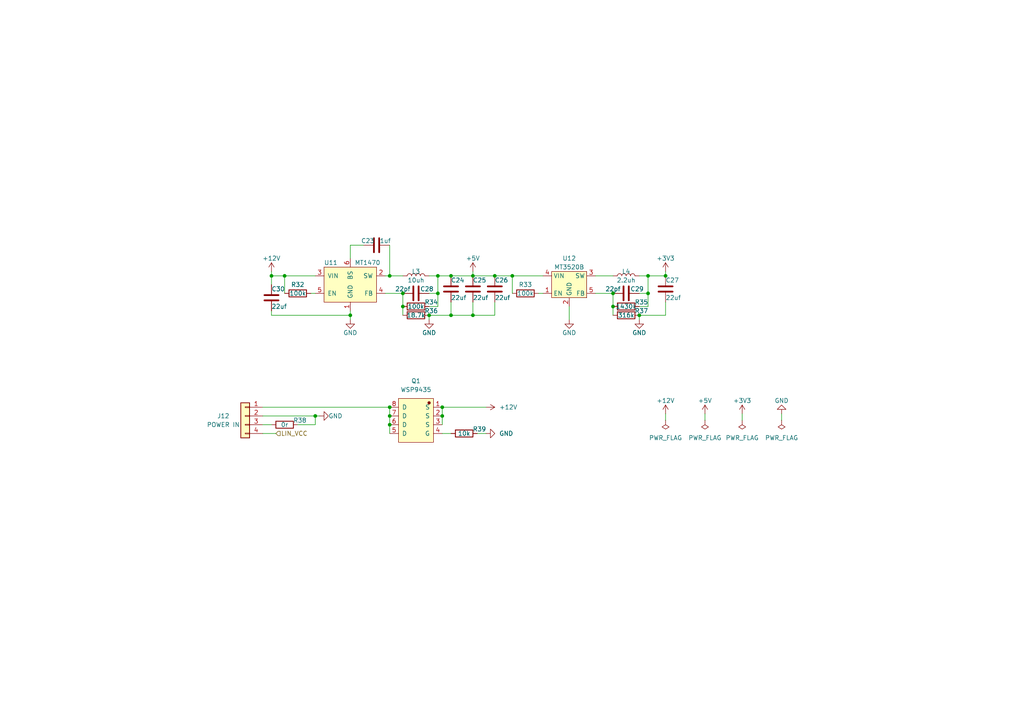
<source format=kicad_sch>
(kicad_sch (version 20211123) (generator eeschema)
  (paper "A4")
  (lib_symbols
    (symbol "Connector_Generic:Conn_01x04" (pin_names (offset 1.016) hide)
      (property "Reference" "J" (at 0 5.08 0))
      (property "Value" "Conn_01x04" (at 0 -7.62 0))
      (symbol "Conn_01x04_1_1"
        (rectangle (start -1.27 -4.953) (end 0 -5.207) (stroke (width 0.1524)))
        (rectangle (start -1.27 -2.413) (end 0 -2.667) (stroke (width 0.1524)))
        (rectangle (start -1.27 0.127) (end 0 -0.127) (stroke (width 0.1524)))
        (rectangle (start -1.27 2.667) (end 0 2.413) (stroke (width 0.1524)))
        (rectangle (start -1.27 3.81) (end 1.27 -6.35) (stroke (width 0.254)) (fill (type background)))
        (pin passive line (at -5.08 2.54 0) (length 3.81) (name "Pin_1") (number "1"))
        (pin passive line (at -5.08 0 0) (length 3.81) (name "Pin_2") (number "2"))
        (pin passive line (at -5.08 -2.54 0) (length 3.81) (name "Pin_3") (number "3"))
        (pin passive line (at -5.08 -5.08 0) (length 3.81) (name "Pin_4") (number "4"))
      )
    )
    (symbol "Device:C" (pin_numbers hide) (pin_names (offset 0.254))
      (property "Reference" "C" (at 0.635 2.54 0))
      (property "Value" "C" (at 0.635 -2.54 0))
      (symbol "C_0_1"
        (polyline (pts (xy -2.032 -0.762) (xy 2.032 -0.762)) (stroke (width 0.508)))
        (polyline (pts (xy -2.032 0.762) (xy 2.032 0.762)) (stroke (width 0.508)))
      )
      (symbol "C_1_1"
        (pin passive line (at 0 3.81 270) (length 2.794) (name "~") (number "1"))
        (pin passive line (at 0 -3.81 90) (length 2.794) (name "~") (number "2"))
      )
    )
    (symbol "Device:L" (pin_numbers hide) (pin_names (offset 1.016) hide)
      (property "Reference" "L" (at -1.27 0 90))
      (property "Value" "L" (at 1.905 0 90))
      (symbol "L_0_1"
        (arc (start 0 -2.54) (mid 0.635 -1.905) (end 0 -1.27))
        (arc (start 0 -1.27) (mid 0.635 -0.635) (end 0 0))
        (arc (start 0 0) (mid 0.635 0.635) (end 0 1.27))
        (arc (start 0 1.27) (mid 0.635 1.905) (end 0 2.54))
      )
      (symbol "L_1_1"
        (pin passive line (at 0 3.81 270) (length 1.27) (name "1") (number "1"))
        (pin passive line (at 0 -3.81 90) (length 1.27) (name "2") (number "2"))
      )
    )
    (symbol "Device:R" (pin_numbers hide) (pin_names (offset 0))
      (property "Reference" "R" (at 2.032 0 90))
      (property "Value" "R" (at 0 0 90))
      (symbol "R_0_1"
        (rectangle (start -1.016 -2.54) (end 1.016 2.54) (stroke (width 0.254)))
      )
      (symbol "R_1_1"
        (pin passive line (at 0 3.81 270) (length 1.27) (name "~") (number "1"))
        (pin passive line (at 0 -3.81 90) (length 1.27) (name "~") (number "2"))
      )
    )
    (symbol "my_utils:MT1470" (pin_names (offset 1.016))
      (property "Reference" "U" (at -6.35 8.89 0))
      (property "Value" "MT1470" (at -6.35 6.35 0))
      (symbol "MT1470_0_1"
        (rectangle (start -7.62 5.08) (end 7.62 -5.08) (fill (type background)))
      )
      (symbol "MT1470_1_1"
        (pin power_in line (at 0 -7.62 90) (length 2.54) (name "GND") (number "1"))
        (pin power_out line (at 10.16 2.54 180) (length 2.54) (name "SW") (number "2"))
        (pin power_in line (at -10.16 2.54 0) (length 2.54) (name "VIN") (number "3"))
        (pin bidirectional line (at 10.16 -2.54 180) (length 2.54) (name "FB") (number "4"))
        (pin input line (at -10.16 -2.54 0) (length 2.54) (name "EN") (number "5"))
        (pin bidirectional line (at 0 7.62 270) (length 2.54) (name "BS") (number "6"))
      )
    )
    (symbol "my_utils:MT3520B"
      (property "Reference" "U" (at 0 7.62 0))
      (property "Value" "MT3520B" (at 0 5.08 0))
      (symbol "MT3520B_0_1"
        (rectangle (start -5.08 3.81) (end 5.08 -3.81) (fill (type background)))
      )
      (symbol "MT3520B_1_1"
        (pin input line (at -7.62 -2.54 0) (length 2.54) (name "EN") (number "1"))
        (pin power_in line (at 0 -6.35 90) (length 2.54) (name "GND") (number "2"))
        (pin power_out line (at 7.62 2.54 180) (length 2.54) (name "SW") (number "3"))
        (pin power_in line (at -7.62 2.54 0) (length 2.54) (name "VIN") (number "4"))
        (pin input line (at 7.62 -2.54 180) (length 2.54) (name "FB") (number "5"))
      )
    )
    (symbol "my_utils:WSP9435" (pin_names (offset 1.016))
      (property "Reference" "Q" (at 0 10.16 0))
      (property "Value" "WSP9435" (at 0 7.62 0))
      (symbol "WSP9435_1_1"
        (rectangle (start -5.08 6.35) (end 5.08 -6.35) (stroke (width 0.1524)) (fill (type background)))
        (circle (center -3.81 5.08) (radius 0.381) (stroke (width 0.1524)) (fill (type outline)))
        (pin input line (at -7.62 3.81 0) (length 2.54) (name "S") (number "1"))
        (pin input line (at -7.62 1.27 0) (length 2.54) (name "S") (number "2"))
        (pin input line (at -7.62 -1.27 0) (length 2.54) (name "S") (number "3"))
        (pin input line (at -7.62 -3.81 0) (length 2.54) (name "G") (number "4"))
        (pin input line (at 7.62 -3.81 180) (length 2.54) (name "D") (number "5"))
        (pin input line (at 7.62 -1.27 180) (length 2.54) (name "D") (number "6"))
        (pin input line (at 7.62 1.27 180) (length 2.54) (name "D") (number "7"))
        (pin input line (at 7.62 3.81 180) (length 2.54) (name "D") (number "8"))
      )
    )
    (symbol "power:+12V" (power) (pin_names (offset 0))
      (property "Value" "+12V" (at 0 3.556 0))
      (symbol "+12V_0_1"
        (polyline (pts (xy -0.762 1.27) (xy 0 2.54)))
        (polyline (pts (xy 0 0) (xy 0 2.54)))
        (polyline (pts (xy 0 2.54) (xy 0.762 1.27)))
      )
      (symbol "+12V_1_1"
        (pin power_in line (at 0 0 90) (length 0) hide (name "+12V") (number "1"))
      )
    )
    (symbol "power:+3V3" (power) (pin_names (offset 0))
      (property "Value" "+3V3" (at 0 3.556 0))
      (symbol "+3V3_0_1"
        (polyline (pts (xy -0.762 1.27) (xy 0 2.54)))
        (polyline (pts (xy 0 0) (xy 0 2.54)))
        (polyline (pts (xy 0 2.54) (xy 0.762 1.27)))
      )
      (symbol "+3V3_1_1"
        (pin power_in line (at 0 0 90) (length 0) hide (name "+3V3") (number "1"))
      )
    )
    (symbol "power:+5V" (power) (pin_names (offset 0))
      (property "Value" "+5V" (at 0 3.556 0))
      (symbol "+5V_0_1"
        (polyline (pts (xy -0.762 1.27) (xy 0 2.54)))
        (polyline (pts (xy 0 0) (xy 0 2.54)))
        (polyline (pts (xy 0 2.54) (xy 0.762 1.27)))
      )
      (symbol "+5V_1_1"
        (pin power_in line (at 0 0 90) (length 0) hide (name "+5V") (number "1"))
      )
    )
    (symbol "power:GND" (power) (pin_names (offset 0))
      (property "Value" "GND" (at 0 -3.81 0))
      (symbol "GND_0_1"
        (polyline (pts (xy 0 0) (xy 0 -1.27) (xy 1.27 -1.27) (xy 0 -2.54) (xy -1.27 -1.27) (xy 0 -1.27)))
      )
      (symbol "GND_1_1"
        (pin power_in line (at 0 0 270) (length 0) hide (name "GND") (number "1"))
      )
    )
    (symbol "power:PWR_FLAG" (power) (pin_numbers hide) (pin_names (offset 0) hide)
      (property "Value" "PWR_FLAG" (at 0 3.81 0))
      (symbol "PWR_FLAG_0_0"
        (pin power_out line (at 0 0 90) (length 0) (name "pwr") (number "1"))
      )
      (symbol "PWR_FLAG_0_1"
        (polyline (pts (xy 0 0) (xy 0 1.27) (xy -1.016 1.905) (xy 0 2.54) (xy 1.016 1.905) (xy 0 1.27)))
      )
    )
  )
  (junction (at 143.51 80.01))
  (junction (at 127 80.01))
  (junction (at 127 85.09))
  (junction (at 91.44 120.65))
  (junction (at 128.27 120.65))
  (junction (at 128.27 118.11))
  (junction (at 101.6 91.44))
  (junction (at 187.96 80.01))
  (junction (at 148.59 80.01))
  (junction (at 124.46 91.44))
  (junction (at 113.03 123.19))
  (junction (at 82.55 80.01))
  (junction (at 193.04 80.01))
  (junction (at 137.16 80.01))
  (junction (at 137.16 91.44))
  (junction (at 130.81 91.44))
  (junction (at 116.84 85.09))
  (junction (at 116.84 88.9))
  (junction (at 78.74 80.01))
  (junction (at 187.96 85.09))
  (junction (at 113.03 120.65))
  (junction (at 185.42 91.44))
  (junction (at 113.03 80.01))
  (junction (at 130.81 80.01))
  (junction (at 177.8 88.9))
  (junction (at 113.03 118.11))
  (junction (at 177.8 85.09))
  (wire (pts (xy 113.03 71.12) (xy 113.03 80.01)))
  (wire (pts (xy 185.42 91.44) (xy 185.42 92.71)))
  (wire (pts (xy 78.74 80.01) (xy 82.55 80.01)))
  (wire (pts (xy 101.6 90.17) (xy 101.6 91.44)))
  (wire (pts (xy 128.27 118.11) (xy 140.97 118.11)))
  (wire (pts (xy 187.96 80.01) (xy 185.42 80.01)))
  (wire (pts (xy 76.2 120.65) (xy 91.44 120.65)))
  (wire (pts (xy 215.265 120.015) (xy 215.265 121.92)))
  (wire (pts (xy 111.76 85.09) (xy 116.84 85.09)))
  (wire (pts (xy 187.96 88.9) (xy 187.96 85.09)))
  (wire (pts (xy 113.03 118.11) (xy 113.03 120.65)))
  (wire (pts (xy 127 88.9) (xy 127 85.09)))
  (wire (pts (xy 101.6 92.71) (xy 101.6 91.44)))
  (wire (pts (xy 82.55 80.01) (xy 91.44 80.01)))
  (wire (pts (xy 76.2 125.73) (xy 80.01 125.73)))
  (wire (pts (xy 76.2 123.19) (xy 78.74 123.19)))
  (wire (pts (xy 105.41 71.12) (xy 101.6 71.12)))
  (wire (pts (xy 113.03 123.19) (xy 113.03 125.73)))
  (wire (pts (xy 91.44 123.19) (xy 91.44 120.65)))
  (wire (pts (xy 156.21 85.09) (xy 157.48 85.09)))
  (wire (pts (xy 124.46 88.9) (xy 127 88.9)))
  (wire (pts (xy 86.36 123.19) (xy 91.44 123.19)))
  (wire (pts (xy 193.04 120.015) (xy 193.04 121.92)))
  (wire (pts (xy 128.27 118.11) (xy 128.27 120.65)))
  (wire (pts (xy 177.8 85.09) (xy 177.8 88.9)))
  (wire (pts (xy 128.27 120.65) (xy 128.27 123.19)))
  (wire (pts (xy 137.16 91.44) (xy 130.81 91.44)))
  (wire (pts (xy 124.46 91.44) (xy 124.46 92.71)))
  (wire (pts (xy 90.17 85.09) (xy 91.44 85.09)))
  (wire (pts (xy 116.84 85.09) (xy 116.84 88.9)))
  (wire (pts (xy 226.695 120.015) (xy 226.695 121.92)))
  (wire (pts (xy 138.43 125.73) (xy 140.97 125.73)))
  (wire (pts (xy 185.42 88.9) (xy 187.96 88.9)))
  (wire (pts (xy 128.27 125.73) (xy 130.81 125.73)))
  (wire (pts (xy 137.16 87.63) (xy 137.16 91.44)))
  (wire (pts (xy 78.74 90.17) (xy 78.74 91.44)))
  (wire (pts (xy 172.72 80.01) (xy 177.8 80.01)))
  (wire (pts (xy 113.03 120.65) (xy 113.03 123.19)))
  (wire (pts (xy 130.81 91.44) (xy 124.46 91.44)))
  (wire (pts (xy 78.74 78.74) (xy 78.74 80.01)))
  (wire (pts (xy 76.2 118.11) (xy 113.03 118.11)))
  (wire (pts (xy 127 80.01) (xy 124.46 80.01)))
  (wire (pts (xy 148.59 80.01) (xy 148.59 85.09)))
  (wire (pts (xy 130.81 80.01) (xy 137.16 80.01)))
  (wire (pts (xy 148.59 80.01) (xy 157.48 80.01)))
  (wire (pts (xy 193.04 91.44) (xy 185.42 91.44)))
  (wire (pts (xy 172.72 85.09) (xy 177.8 85.09)))
  (wire (pts (xy 143.51 80.01) (xy 148.59 80.01)))
  (wire (pts (xy 137.16 78.74) (xy 137.16 80.01)))
  (wire (pts (xy 130.81 87.63) (xy 130.81 91.44)))
  (wire (pts (xy 82.55 85.09) (xy 82.55 80.01)))
  (wire (pts (xy 116.84 88.9) (xy 116.84 91.44)))
  (wire (pts (xy 113.03 80.01) (xy 111.76 80.01)))
  (wire (pts (xy 193.04 87.63) (xy 193.04 91.44)))
  (wire (pts (xy 127 85.09) (xy 124.46 85.09)))
  (wire (pts (xy 185.42 85.09) (xy 187.96 85.09)))
  (wire (pts (xy 137.16 80.01) (xy 143.51 80.01)))
  (wire (pts (xy 92.71 120.65) (xy 91.44 120.65)))
  (wire (pts (xy 187.96 80.01) (xy 193.04 80.01)))
  (wire (pts (xy 127 80.01) (xy 127 85.09)))
  (wire (pts (xy 78.74 80.01) (xy 78.74 82.55)))
  (wire (pts (xy 187.96 85.09) (xy 187.96 80.01)))
  (wire (pts (xy 101.6 71.12) (xy 101.6 74.93)))
  (wire (pts (xy 127 80.01) (xy 130.81 80.01)))
  (wire (pts (xy 143.51 87.63) (xy 143.51 91.44)))
  (wire (pts (xy 177.8 88.9) (xy 177.8 91.44)))
  (wire (pts (xy 165.1 88.9) (xy 165.1 92.71)))
  (wire (pts (xy 143.51 91.44) (xy 137.16 91.44)))
  (wire (pts (xy 78.74 91.44) (xy 101.6 91.44)))
  (wire (pts (xy 193.04 78.74) (xy 193.04 80.01)))
  (wire (pts (xy 113.03 80.01) (xy 116.84 80.01)))
  (wire (pts (xy 204.47 120.015) (xy 204.47 121.92)))
  (hierarchical_label "LIN_VCC" (shape input) (at 80.01 125.73 0))
  (symbol (lib_id "power:GND") (at 124.46 92.71 0) (unit 1)
    (property "Reference" "#PWR079" (effects hide))
    (property "Value" "GND" (at 124.46 96.52 0))
  )
  (symbol (lib_id "Device:R") (at 120.65 91.44 90) (unit 1)
    (property "Reference" "R36" (at 125.095 90.17 90))
    (property "Value" "18.7k" (at 120.65 91.44 90))
    (property "Footprint" "Resistor_SMD:R_0402_1005Metric" (effects hide))
  )
  (symbol (lib_id "Device:R") (at 86.36 85.09 90) (unit 1)
    (property "Reference" "R32" (at 86.36 82.55 90))
    (property "Value" "100k" (at 86.36 85.09 90))
    (property "Footprint" "Resistor_SMD:R_0402_1005Metric" (effects hide))
  )
  (symbol (lib_id "power:+5V") (at 204.47 120.015 0) (unit 1)
    (property "Reference" "#PWR084" (effects hide))
    (property "Value" "+5V" (at 204.47 116.205 0))
  )
  (symbol (lib_id "my_utils:WSP9435") (at 120.65 121.92 0) (mirror y) (unit 1)
    (property "Reference" "Q1" (at 120.65 110.49 0))
    (property "Value" "WSP9435" (at 120.65 113.03 0))
    (property "Footprint" "Package_SO:SOP-8_3.9x4.9mm_P1.27mm" (effects hide))
    (property "SuppliersPartNumber" "C2758418" (effects hide))
  )
  (symbol (lib_id "Device:R") (at 82.55 123.19 90) (unit 1)
    (property "Reference" "R38" (at 86.995 121.92 90))
    (property "Value" "0r" (at 82.55 123.19 90))
    (property "Footprint" "Resistor_SMD:R_0402_1005Metric" (effects hide))
  )
  (symbol (lib_id "Device:C") (at 78.74 86.36 0) (unit 1)
    (property "Reference" "C30" (at 78.74 83.82 0) (effects (justify left)))
    (property "Value" "22uf" (at 78.74 88.9 0) (effects (justify left)))
    (property "Footprint" "Capacitor_SMD:C_0805_2012Metric" (effects hide))
  )
  (symbol (lib_id "Device:C") (at 137.16 83.82 0) (unit 1)
    (property "Reference" "C25" (at 137.16 81.28 0) (effects (justify left)))
    (property "Value" "22uf" (at 137.16 86.36 0) (effects (justify left)))
    (property "Footprint" "Capacitor_SMD:C_0805_2012Metric" (effects hide))
  )
  (symbol (lib_id "Device:R") (at 134.62 125.73 90) (unit 1)
    (property "Reference" "R39" (at 139.065 124.46 90))
    (property "Value" "10k" (at 134.62 125.73 90))
    (property "Footprint" "Resistor_SMD:R_0402_1005Metric" (effects hide))
  )
  (symbol (lib_id "power:GND") (at 185.42 92.71 0) (unit 1)
    (property "Reference" "#PWR081" (effects hide))
    (property "Value" "GND" (at 185.42 96.52 0))
  )
  (symbol (lib_id "power:+12V") (at 193.04 120.015 0) (unit 1)
    (property "Reference" "#PWR083" (effects hide))
    (property "Value" "+12V" (at 193.04 116.205 0))
  )
  (symbol (lib_id "power:PWR_FLAG") (at 193.04 121.92 180) (unit 1)
    (property "Reference" "#FLG01" (effects hide))
    (property "Value" "PWR_FLAG" (at 193.04 127 0))
  )
  (symbol (lib_id "power:GND") (at 165.1 92.71 0) (unit 1)
    (property "Reference" "#PWR080" (effects hide))
    (property "Value" "GND" (at 165.1 96.52 0))
  )
  (symbol (lib_id "Device:C") (at 120.65 85.09 90) (unit 1)
    (property "Reference" "C28" (at 123.825 83.82 90))
    (property "Value" "22pf" (at 116.84 83.82 90))
    (property "Footprint" "Capacitor_SMD:C_0402_1005Metric" (effects hide))
  )
  (symbol (lib_id "Device:C") (at 181.61 85.09 90) (unit 1)
    (property "Reference" "C29" (at 184.785 83.82 90))
    (property "Value" "22pf" (at 177.8 83.82 90))
    (property "Footprint" "Capacitor_SMD:C_0402_1005Metric" (effects hide))
  )
  (symbol (lib_id "power:PWR_FLAG") (at 215.265 121.92 180) (unit 1)
    (property "Reference" "#FLG03" (effects hide))
    (property "Value" "PWR_FLAG" (at 215.265 127 0))
  )
  (symbol (lib_id "Device:C") (at 109.22 71.12 90) (unit 1)
    (property "Reference" "C23" (at 106.68 69.85 90))
    (property "Value" "1uf" (at 111.76 69.85 90))
    (property "Footprint" "Capacitor_SMD:C_0402_1005Metric" (effects hide))
  )
  (symbol (lib_id "Device:C") (at 143.51 83.82 0) (unit 1)
    (property "Reference" "C26" (at 143.51 81.28 0) (effects (justify left)))
    (property "Value" "22uf" (at 143.51 86.36 0) (effects (justify left)))
    (property "Footprint" "Capacitor_SMD:C_0805_2012Metric" (effects hide))
  )
  (symbol (lib_id "Device:C") (at 130.81 83.82 0) (unit 1)
    (property "Reference" "C24" (at 130.81 81.28 0) (effects (justify left)))
    (property "Value" "22uf" (at 130.81 86.36 0) (effects (justify left)))
    (property "Footprint" "Capacitor_SMD:C_0805_2012Metric" (effects hide))
  )
  (symbol (lib_id "power:+5V") (at 137.16 78.74 0) (unit 1)
    (property "Reference" "#PWR076" (effects hide))
    (property "Value" "+5V" (at 137.16 74.93 0))
  )
  (symbol (lib_id "power:PWR_FLAG") (at 226.695 121.92 180) (unit 1)
    (property "Reference" "#FLG04" (effects hide))
    (property "Value" "PWR_FLAG" (at 226.695 127 0))
  )
  (symbol (lib_id "power:GND") (at 101.6 92.71 0) (unit 1)
    (property "Reference" "#PWR078" (effects hide))
    (property "Value" "GND" (at 101.6 96.52 0))
  )
  (symbol (lib_id "my_utils:MT1470") (at 101.6 82.55 0) (unit 1)
    (property "Reference" "U11" (at 93.98 76.2 0) (effects (justify left)))
    (property "Value" "MT1470" (at 102.87 76.2 0) (effects (justify left)))
    (property "Footprint" "Package_TO_SOT_SMD:SOT-23-6" (effects hide))
  )
  (symbol (lib_id "Connector_Generic:Conn_01x04") (at 71.12 120.65 0) (mirror y) (unit 1)
    (property "Reference" "J12" (at 64.77 120.65 0))
    (property "Value" "POWER IN" (at 64.77 123.19 0))
    (property "Footprint" "Connector_Phoenix_MC_HighVoltage:PhoenixContact_MC_1,5_4-G-5.08_1x04_P5.08mm_Horizontal" (effects hide))
  )
  (symbol (lib_id "power:PWR_FLAG") (at 204.47 121.92 180) (unit 1)
    (property "Reference" "#FLG02" (effects hide))
    (property "Value" "PWR_FLAG" (at 204.47 127 0))
  )
  (symbol (lib_id "my_utils:MT3520B") (at 165.1 82.55 0) (unit 1)
    (property "Reference" "U12" (at 165.1 74.93 0))
    (property "Value" "MT3520B" (at 165.1 77.47 0))
    (property "Footprint" "Package_TO_SOT_SMD:SOT-23-5" (effects hide))
  )
  (symbol (lib_id "power:+12V") (at 78.74 78.74 0) (unit 1)
    (property "Reference" "#PWR075" (effects hide))
    (property "Value" "+12V" (at 78.74 74.93 0))
  )
  (symbol (lib_id "Device:L") (at 181.61 80.01 90) (unit 1)
    (property "Reference" "L4" (at 181.61 78.74 90))
    (property "Value" "2.2uh" (at 181.61 81.28 90))
    (property "Footprint" "my_utils:IND-SMD_L2.5-W2.0" (effects hide))
  )
  (symbol (lib_id "power:GND") (at 140.97 125.73 90) (unit 1)
    (property "Reference" "#PWR088" (effects hide))
    (property "Value" "GND" (at 144.78 125.7299 90) (effects (justify right)))
  )
  (symbol (lib_id "power:+12V") (at 140.97 118.11 270) (unit 1)
    (property "Reference" "#PWR082" (effects hide))
    (property "Value" "+12V" (at 144.78 118.1099 90) (effects (justify left)))
  )
  (symbol (lib_id "power:+3V3") (at 193.04 78.74 0) (unit 1)
    (property "Reference" "#PWR077" (effects hide))
    (property "Value" "+3V3" (at 193.04 74.93 0))
  )
  (symbol (lib_id "Device:C") (at 193.04 83.82 0) (unit 1)
    (property "Reference" "C27" (at 193.04 81.28 0) (effects (justify left)))
    (property "Value" "22uf" (at 193.04 86.36 0) (effects (justify left)))
    (property "Footprint" "Capacitor_SMD:C_0805_2012Metric" (effects hide))
  )
  (symbol (lib_id "Device:R") (at 152.4 85.09 90) (unit 1)
    (property "Reference" "R33" (at 152.4 82.55 90))
    (property "Value" "100k" (at 152.4 85.09 90))
    (property "Footprint" "Resistor_SMD:R_0402_1005Metric" (effects hide))
  )
  (symbol (lib_id "Device:R") (at 120.65 88.9 90) (unit 1)
    (property "Reference" "R34" (at 125.095 87.63 90))
    (property "Value" "100k" (at 120.65 88.9 90))
    (property "Footprint" "Resistor_SMD:R_0402_1005Metric" (effects hide))
  )
  (symbol (lib_id "power:+3V3") (at 215.265 120.015 0) (unit 1)
    (property "Reference" "#PWR085" (effects hide))
    (property "Value" "+3V3" (at 215.265 116.205 0))
  )
  (symbol (lib_id "Device:R") (at 181.61 91.44 90) (unit 1)
    (property "Reference" "R37" (at 186.055 90.17 90))
    (property "Value" "316k" (at 181.61 91.44 90))
    (property "Footprint" "Resistor_SMD:R_0402_1005Metric" (effects hide))
  )
  (symbol (lib_id "power:GND") (at 92.71 120.65 90) (unit 1)
    (property "Reference" "#PWR087" (effects hide))
    (property "Value" "GND" (at 95.25 120.65 90) (effects (justify right)))
  )
  (symbol (lib_id "power:GND") (at 226.695 120.015 180) (unit 1)
    (property "Reference" "#PWR086" (effects hide))
    (property "Value" "GND" (at 226.695 116.205 0))
  )
  (symbol (lib_id "Device:L") (at 120.65 80.01 90) (unit 1)
    (property "Reference" "L3" (at 120.65 78.74 90))
    (property "Value" "10uh" (at 120.65 81.28 90))
    (property "Footprint" "my_utils:IND-SMD_L2.5-W2.0" (effects hide))
  )
  (symbol (lib_id "Device:R") (at 181.61 88.9 90) (unit 1)
    (property "Reference" "R35" (at 186.055 87.63 90))
    (property "Value" "1430k" (at 181.61 88.9 90))
    (property "Footprint" "Resistor_SMD:R_0402_1005Metric" (effects hide))
  )
)
</source>
